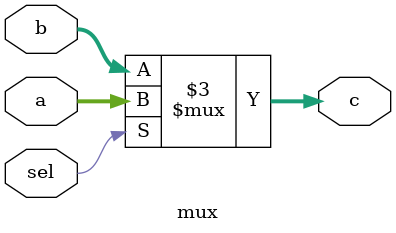
<source format=v>
module mux (a,b,sel,c);
  input [31:0] a,b;
  input sel;
  output reg [31:0] c;
  
  always @(sel,a,b)
  begin
    if (sel)
      c = a;
    else 
      c = b;
    end
  endmodule
  

</source>
